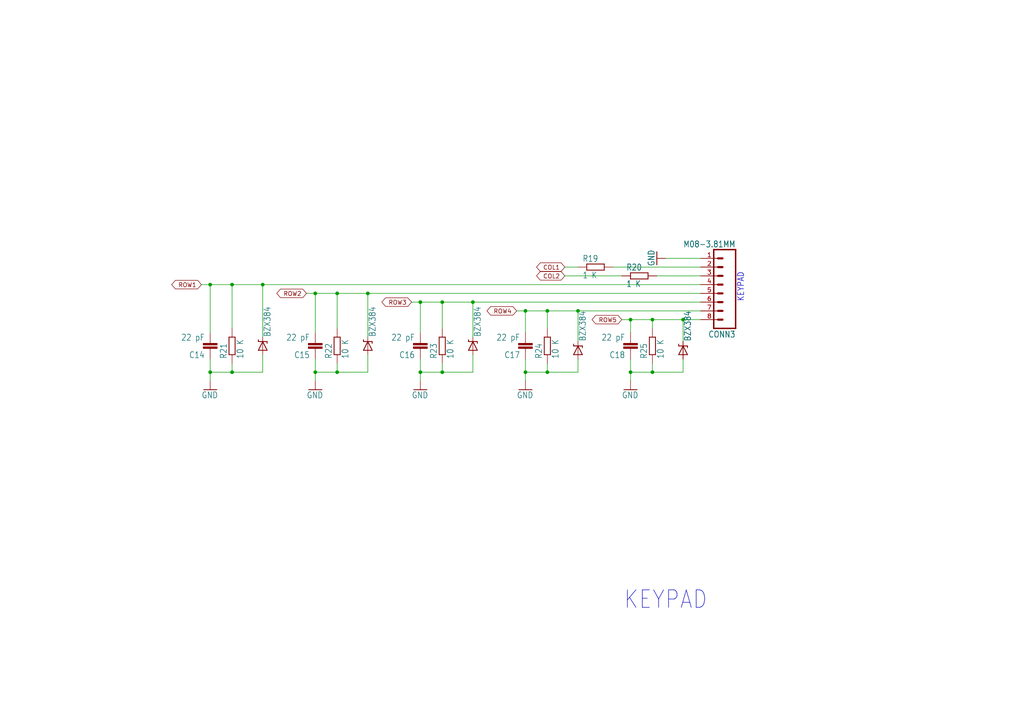
<source format=kicad_sch>
(kicad_sch
	(version 20231120)
	(generator "eeschema")
	(generator_version "8.0")
	(uuid "d8f662c9-80d7-4240-b88b-dfe78d8ddca6")
	(paper "A4")
	(lib_symbols
		(symbol "sim-daq-eagle-import:C-EUC0805"
			(exclude_from_sim no)
			(in_bom yes)
			(on_board yes)
			(property "Reference" "C"
				(at 1.524 0.381 0)
				(effects
					(font
						(size 1.778 1.5113)
					)
					(justify left bottom)
				)
			)
			(property "Value" ""
				(at 1.524 -4.699 0)
				(effects
					(font
						(size 1.778 1.5113)
					)
					(justify left bottom)
				)
			)
			(property "Footprint" "sim-daq:C0805"
				(at 0 0 0)
				(effects
					(font
						(size 1.27 1.27)
					)
					(hide yes)
				)
			)
			(property "Datasheet" ""
				(at 0 0 0)
				(effects
					(font
						(size 1.27 1.27)
					)
					(hide yes)
				)
			)
			(property "Description" "CAPACITOR, European symbol"
				(at 0 0 0)
				(effects
					(font
						(size 1.27 1.27)
					)
					(hide yes)
				)
			)
			(property "ki_locked" ""
				(at 0 0 0)
				(effects
					(font
						(size 1.27 1.27)
					)
				)
			)
			(symbol "C-EUC0805_1_0"
				(rectangle
					(start -2.032 -2.032)
					(end 2.032 -1.524)
					(stroke
						(width 0)
						(type default)
					)
					(fill
						(type outline)
					)
				)
				(rectangle
					(start -2.032 -1.016)
					(end 2.032 -0.508)
					(stroke
						(width 0)
						(type default)
					)
					(fill
						(type outline)
					)
				)
				(polyline
					(pts
						(xy 0 -2.54) (xy 0 -2.032)
					)
					(stroke
						(width 0.1524)
						(type solid)
					)
					(fill
						(type none)
					)
				)
				(polyline
					(pts
						(xy 0 0) (xy 0 -0.508)
					)
					(stroke
						(width 0.1524)
						(type solid)
					)
					(fill
						(type none)
					)
				)
				(pin passive line
					(at 0 2.54 270)
					(length 2.54)
					(name "1"
						(effects
							(font
								(size 0 0)
							)
						)
					)
					(number "1"
						(effects
							(font
								(size 0 0)
							)
						)
					)
				)
				(pin passive line
					(at 0 -5.08 90)
					(length 2.54)
					(name "2"
						(effects
							(font
								(size 0 0)
							)
						)
					)
					(number "2"
						(effects
							(font
								(size 0 0)
							)
						)
					)
				)
			)
		)
		(symbol "sim-daq-eagle-import:DIODE-ZENER-BZT52"
			(exclude_from_sim no)
			(in_bom yes)
			(on_board yes)
			(property "Reference" ""
				(at 2.54 0.4826 0)
				(effects
					(font
						(size 1.778 1.5113)
					)
					(justify left bottom)
					(hide yes)
				)
			)
			(property "Value" ""
				(at 2.54 -2.3114 0)
				(effects
					(font
						(size 1.778 1.5113)
					)
					(justify left bottom)
				)
			)
			(property "Footprint" "sim-daq:SOD-323"
				(at 0 0 0)
				(effects
					(font
						(size 1.27 1.27)
					)
					(hide yes)
				)
			)
			(property "Datasheet" ""
				(at 0 0 0)
				(effects
					(font
						(size 1.27 1.27)
					)
					(hide yes)
				)
			)
			(property "Description" "Zener Diode Production Part - 8199 3.4V Zener Voltage"
				(at 0 0 0)
				(effects
					(font
						(size 1.27 1.27)
					)
					(hide yes)
				)
			)
			(property "ki_locked" ""
				(at 0 0 0)
				(effects
					(font
						(size 1.27 1.27)
					)
				)
			)
			(symbol "DIODE-ZENER-BZT52_1_0"
				(polyline
					(pts
						(xy -1.27 -1.27) (xy 1.27 0)
					)
					(stroke
						(width 0.254)
						(type solid)
					)
					(fill
						(type none)
					)
				)
				(polyline
					(pts
						(xy -1.27 1.27) (xy -1.27 -1.27)
					)
					(stroke
						(width 0.254)
						(type solid)
					)
					(fill
						(type none)
					)
				)
				(polyline
					(pts
						(xy 1.27 -1.27) (xy 0.762 -1.27)
					)
					(stroke
						(width 0.254)
						(type solid)
					)
					(fill
						(type none)
					)
				)
				(polyline
					(pts
						(xy 1.27 0) (xy -1.27 1.27)
					)
					(stroke
						(width 0.254)
						(type solid)
					)
					(fill
						(type none)
					)
				)
				(polyline
					(pts
						(xy 1.27 0) (xy 1.27 -1.27)
					)
					(stroke
						(width 0.254)
						(type solid)
					)
					(fill
						(type none)
					)
				)
				(polyline
					(pts
						(xy 1.27 1.27) (xy 1.27 0)
					)
					(stroke
						(width 0.254)
						(type solid)
					)
					(fill
						(type none)
					)
				)
				(polyline
					(pts
						(xy 1.27 1.27) (xy 1.778 1.27)
					)
					(stroke
						(width 0.254)
						(type solid)
					)
					(fill
						(type none)
					)
				)
				(pin passive line
					(at -2.54 0 0)
					(length 2.54)
					(name "A"
						(effects
							(font
								(size 0 0)
							)
						)
					)
					(number "A"
						(effects
							(font
								(size 0 0)
							)
						)
					)
				)
				(pin passive line
					(at 2.54 0 180)
					(length 2.54)
					(name "C"
						(effects
							(font
								(size 0 0)
							)
						)
					)
					(number "C"
						(effects
							(font
								(size 0 0)
							)
						)
					)
				)
			)
		)
		(symbol "sim-daq-eagle-import:GND"
			(power)
			(exclude_from_sim no)
			(in_bom yes)
			(on_board yes)
			(property "Reference" "#GND"
				(at 0 0 0)
				(effects
					(font
						(size 1.27 1.27)
					)
					(hide yes)
				)
			)
			(property "Value" ""
				(at -2.54 -2.54 0)
				(effects
					(font
						(size 1.778 1.5113)
					)
					(justify left bottom)
				)
			)
			(property "Footprint" ""
				(at 0 0 0)
				(effects
					(font
						(size 1.27 1.27)
					)
					(hide yes)
				)
			)
			(property "Datasheet" ""
				(at 0 0 0)
				(effects
					(font
						(size 1.27 1.27)
					)
					(hide yes)
				)
			)
			(property "Description" "SUPPLY SYMBOL"
				(at 0 0 0)
				(effects
					(font
						(size 1.27 1.27)
					)
					(hide yes)
				)
			)
			(property "ki_locked" ""
				(at 0 0 0)
				(effects
					(font
						(size 1.27 1.27)
					)
				)
			)
			(symbol "GND_1_0"
				(polyline
					(pts
						(xy -1.905 0) (xy 1.905 0)
					)
					(stroke
						(width 0.254)
						(type solid)
					)
					(fill
						(type none)
					)
				)
				(pin power_in line
					(at 0 2.54 270)
					(length 2.54)
					(name "GND"
						(effects
							(font
								(size 0 0)
							)
						)
					)
					(number "1"
						(effects
							(font
								(size 0 0)
							)
						)
					)
				)
			)
		)
		(symbol "sim-daq-eagle-import:M08-3.81MM"
			(exclude_from_sim no)
			(in_bom yes)
			(on_board yes)
			(property "Reference" "CONN"
				(at -2.54 21.082 0)
				(effects
					(font
						(size 1.778 1.5113)
					)
					(justify left bottom)
				)
			)
			(property "Value" ""
				(at -2.54 -5.08 0)
				(effects
					(font
						(size 1.778 1.5113)
					)
					(justify left bottom)
				)
			)
			(property "Footprint" "sim-daq:M08-3.81"
				(at 0 0 0)
				(effects
					(font
						(size 1.27 1.27)
					)
					(hide yes)
				)
			)
			(property "Datasheet" ""
				(at 0 0 0)
				(effects
					(font
						(size 1.27 1.27)
					)
					(hide yes)
				)
			)
			(property "Description" ""
				(at 0 0 0)
				(effects
					(font
						(size 1.27 1.27)
					)
					(hide yes)
				)
			)
			(property "ki_locked" ""
				(at 0 0 0)
				(effects
					(font
						(size 1.27 1.27)
					)
				)
			)
			(symbol "M08-3.81MM_1_0"
				(polyline
					(pts
						(xy -2.54 20.32) (xy -2.54 -2.54)
					)
					(stroke
						(width 0.4064)
						(type solid)
					)
					(fill
						(type none)
					)
				)
				(polyline
					(pts
						(xy -2.54 20.32) (xy 3.81 20.32)
					)
					(stroke
						(width 0.4064)
						(type solid)
					)
					(fill
						(type none)
					)
				)
				(polyline
					(pts
						(xy 1.27 0) (xy 2.54 0)
					)
					(stroke
						(width 0.6096)
						(type solid)
					)
					(fill
						(type none)
					)
				)
				(polyline
					(pts
						(xy 1.27 2.54) (xy 2.54 2.54)
					)
					(stroke
						(width 0.6096)
						(type solid)
					)
					(fill
						(type none)
					)
				)
				(polyline
					(pts
						(xy 1.27 5.08) (xy 2.54 5.08)
					)
					(stroke
						(width 0.6096)
						(type solid)
					)
					(fill
						(type none)
					)
				)
				(polyline
					(pts
						(xy 1.27 7.62) (xy 2.54 7.62)
					)
					(stroke
						(width 0.6096)
						(type solid)
					)
					(fill
						(type none)
					)
				)
				(polyline
					(pts
						(xy 1.27 10.16) (xy 2.54 10.16)
					)
					(stroke
						(width 0.6096)
						(type solid)
					)
					(fill
						(type none)
					)
				)
				(polyline
					(pts
						(xy 1.27 12.7) (xy 2.54 12.7)
					)
					(stroke
						(width 0.6096)
						(type solid)
					)
					(fill
						(type none)
					)
				)
				(polyline
					(pts
						(xy 1.27 15.24) (xy 2.54 15.24)
					)
					(stroke
						(width 0.6096)
						(type solid)
					)
					(fill
						(type none)
					)
				)
				(polyline
					(pts
						(xy 1.27 17.78) (xy 2.54 17.78)
					)
					(stroke
						(width 0.6096)
						(type solid)
					)
					(fill
						(type none)
					)
				)
				(polyline
					(pts
						(xy 3.81 -2.54) (xy -2.54 -2.54)
					)
					(stroke
						(width 0.4064)
						(type solid)
					)
					(fill
						(type none)
					)
				)
				(polyline
					(pts
						(xy 3.81 -2.54) (xy 3.81 20.32)
					)
					(stroke
						(width 0.4064)
						(type solid)
					)
					(fill
						(type none)
					)
				)
				(pin passive line
					(at 7.62 0 180)
					(length 5.08)
					(name "1"
						(effects
							(font
								(size 0 0)
							)
						)
					)
					(number "1"
						(effects
							(font
								(size 1.27 1.27)
							)
						)
					)
				)
				(pin passive line
					(at 7.62 2.54 180)
					(length 5.08)
					(name "2"
						(effects
							(font
								(size 0 0)
							)
						)
					)
					(number "2"
						(effects
							(font
								(size 1.27 1.27)
							)
						)
					)
				)
				(pin passive line
					(at 7.62 5.08 180)
					(length 5.08)
					(name "3"
						(effects
							(font
								(size 0 0)
							)
						)
					)
					(number "3"
						(effects
							(font
								(size 1.27 1.27)
							)
						)
					)
				)
				(pin passive line
					(at 7.62 7.62 180)
					(length 5.08)
					(name "4"
						(effects
							(font
								(size 0 0)
							)
						)
					)
					(number "4"
						(effects
							(font
								(size 1.27 1.27)
							)
						)
					)
				)
				(pin passive line
					(at 7.62 10.16 180)
					(length 5.08)
					(name "5"
						(effects
							(font
								(size 0 0)
							)
						)
					)
					(number "5"
						(effects
							(font
								(size 1.27 1.27)
							)
						)
					)
				)
				(pin passive line
					(at 7.62 12.7 180)
					(length 5.08)
					(name "6"
						(effects
							(font
								(size 0 0)
							)
						)
					)
					(number "6"
						(effects
							(font
								(size 1.27 1.27)
							)
						)
					)
				)
				(pin passive line
					(at 7.62 15.24 180)
					(length 5.08)
					(name "7"
						(effects
							(font
								(size 0 0)
							)
						)
					)
					(number "7"
						(effects
							(font
								(size 1.27 1.27)
							)
						)
					)
				)
				(pin passive line
					(at 7.62 17.78 180)
					(length 5.08)
					(name "8"
						(effects
							(font
								(size 0 0)
							)
						)
					)
					(number "8"
						(effects
							(font
								(size 1.27 1.27)
							)
						)
					)
				)
			)
		)
		(symbol "sim-daq-eagle-import:R-EU_R0805"
			(exclude_from_sim no)
			(in_bom yes)
			(on_board yes)
			(property "Reference" "R"
				(at -3.81 1.4986 0)
				(effects
					(font
						(size 1.778 1.5113)
					)
					(justify left bottom)
				)
			)
			(property "Value" ""
				(at -3.81 -3.302 0)
				(effects
					(font
						(size 1.778 1.5113)
					)
					(justify left bottom)
				)
			)
			(property "Footprint" "sim-daq:R0805"
				(at 0 0 0)
				(effects
					(font
						(size 1.27 1.27)
					)
					(hide yes)
				)
			)
			(property "Datasheet" ""
				(at 0 0 0)
				(effects
					(font
						(size 1.27 1.27)
					)
					(hide yes)
				)
			)
			(property "Description" "RESISTOR, European symbol"
				(at 0 0 0)
				(effects
					(font
						(size 1.27 1.27)
					)
					(hide yes)
				)
			)
			(property "ki_locked" ""
				(at 0 0 0)
				(effects
					(font
						(size 1.27 1.27)
					)
				)
			)
			(symbol "R-EU_R0805_1_0"
				(polyline
					(pts
						(xy -2.54 -0.889) (xy -2.54 0.889)
					)
					(stroke
						(width 0.254)
						(type solid)
					)
					(fill
						(type none)
					)
				)
				(polyline
					(pts
						(xy -2.54 -0.889) (xy 2.54 -0.889)
					)
					(stroke
						(width 0.254)
						(type solid)
					)
					(fill
						(type none)
					)
				)
				(polyline
					(pts
						(xy 2.54 -0.889) (xy 2.54 0.889)
					)
					(stroke
						(width 0.254)
						(type solid)
					)
					(fill
						(type none)
					)
				)
				(polyline
					(pts
						(xy 2.54 0.889) (xy -2.54 0.889)
					)
					(stroke
						(width 0.254)
						(type solid)
					)
					(fill
						(type none)
					)
				)
				(pin passive line
					(at -5.08 0 0)
					(length 2.54)
					(name "1"
						(effects
							(font
								(size 0 0)
							)
						)
					)
					(number "1"
						(effects
							(font
								(size 0 0)
							)
						)
					)
				)
				(pin passive line
					(at 5.08 0 180)
					(length 2.54)
					(name "2"
						(effects
							(font
								(size 0 0)
							)
						)
					)
					(number "2"
						(effects
							(font
								(size 0 0)
							)
						)
					)
				)
			)
		)
	)
	(junction
		(at 198.12 92.71)
		(diameter 0)
		(color 0 0 0 0)
		(uuid "03da25af-69e4-4b3f-b17e-374416d4b62c")
	)
	(junction
		(at 189.23 92.71)
		(diameter 0)
		(color 0 0 0 0)
		(uuid "0709e066-491b-4e3d-b20f-a5fe828a290c")
	)
	(junction
		(at 121.92 87.63)
		(diameter 0)
		(color 0 0 0 0)
		(uuid "1133ac29-7997-4283-88b1-de2e0714d027")
	)
	(junction
		(at 91.44 107.95)
		(diameter 0)
		(color 0 0 0 0)
		(uuid "1bd3512c-6200-4940-8156-4697773cf1fd")
	)
	(junction
		(at 67.31 82.55)
		(diameter 0)
		(color 0 0 0 0)
		(uuid "2782d4a7-5cf1-47a5-ba3b-ad6d9b63776c")
	)
	(junction
		(at 137.16 87.63)
		(diameter 0)
		(color 0 0 0 0)
		(uuid "28595750-6d76-423e-806d-59144dfba635")
	)
	(junction
		(at 158.75 107.95)
		(diameter 0)
		(color 0 0 0 0)
		(uuid "2bd59dc6-6821-44c5-bf15-9e27880067bf")
	)
	(junction
		(at 158.75 90.17)
		(diameter 0)
		(color 0 0 0 0)
		(uuid "36606be1-3c0b-4220-add8-e84e60051722")
	)
	(junction
		(at 60.96 107.95)
		(diameter 0)
		(color 0 0 0 0)
		(uuid "4584924b-2bfd-4ab1-b3b5-a4a2ece61bf3")
	)
	(junction
		(at 91.44 85.09)
		(diameter 0)
		(color 0 0 0 0)
		(uuid "466198cb-9969-4d11-9914-ac12f16d8ac0")
	)
	(junction
		(at 152.4 107.95)
		(diameter 0)
		(color 0 0 0 0)
		(uuid "4dca5bca-d8e3-4415-863c-b7436824208f")
	)
	(junction
		(at 97.79 85.09)
		(diameter 0)
		(color 0 0 0 0)
		(uuid "762df812-5539-4db8-b479-326cf0c82b2f")
	)
	(junction
		(at 67.31 107.95)
		(diameter 0)
		(color 0 0 0 0)
		(uuid "76c195b5-24e4-40c4-a08d-b15bee113aae")
	)
	(junction
		(at 182.88 92.71)
		(diameter 0)
		(color 0 0 0 0)
		(uuid "7f0340c5-a26e-4342-ae40-b7c6758e5be4")
	)
	(junction
		(at 76.2 82.55)
		(diameter 0)
		(color 0 0 0 0)
		(uuid "80c59429-3bda-44d8-b3c8-5db78ff53b22")
	)
	(junction
		(at 128.27 87.63)
		(diameter 0)
		(color 0 0 0 0)
		(uuid "829167e3-0be9-441f-a439-9d4c18c5368e")
	)
	(junction
		(at 167.64 90.17)
		(diameter 0)
		(color 0 0 0 0)
		(uuid "99693ed0-2dd5-4511-a715-d7596955ab70")
	)
	(junction
		(at 106.68 85.09)
		(diameter 0)
		(color 0 0 0 0)
		(uuid "a90319e3-c151-4f41-82eb-1a2edfc1879e")
	)
	(junction
		(at 60.96 82.55)
		(diameter 0)
		(color 0 0 0 0)
		(uuid "ad5bf023-0d74-488c-a1c5-77a5dd52d8d0")
	)
	(junction
		(at 97.79 107.95)
		(diameter 0)
		(color 0 0 0 0)
		(uuid "c40246d1-7fee-4357-8445-444ad7d6e76b")
	)
	(junction
		(at 152.4 90.17)
		(diameter 0)
		(color 0 0 0 0)
		(uuid "d1d642a7-d689-4cc0-80e9-88320566246b")
	)
	(junction
		(at 182.88 107.95)
		(diameter 0)
		(color 0 0 0 0)
		(uuid "d82832e2-8361-4d6e-9df1-fec588bc865b")
	)
	(junction
		(at 121.92 107.95)
		(diameter 0)
		(color 0 0 0 0)
		(uuid "eef10c8b-532c-4dcf-bc85-af5814bc66bb")
	)
	(junction
		(at 189.23 107.95)
		(diameter 0)
		(color 0 0 0 0)
		(uuid "f36766b8-485c-418d-94ef-3750e42abe10")
	)
	(junction
		(at 128.27 107.95)
		(diameter 0)
		(color 0 0 0 0)
		(uuid "f49d8e4a-2790-420f-868b-135f12ebe116")
	)
	(wire
		(pts
			(xy 203.2 87.63) (xy 137.16 87.63)
		)
		(stroke
			(width 0.1524)
			(type solid)
		)
		(uuid "05a36006-b652-4f4a-a9ef-cee5234749bf")
	)
	(wire
		(pts
			(xy 97.79 105.41) (xy 97.79 107.95)
		)
		(stroke
			(width 0.1524)
			(type solid)
		)
		(uuid "0ee8e0fb-c859-4afa-8758-40cdb9f590ea")
	)
	(wire
		(pts
			(xy 167.64 90.17) (xy 158.75 90.17)
		)
		(stroke
			(width 0.1524)
			(type solid)
		)
		(uuid "0f92d3f6-cdd5-46a1-86ec-6087aab033f1")
	)
	(wire
		(pts
			(xy 137.16 102.87) (xy 137.16 107.95)
		)
		(stroke
			(width 0.1524)
			(type solid)
		)
		(uuid "1746061e-f90c-44b7-8ff2-45ea4933cc84")
	)
	(wire
		(pts
			(xy 182.88 96.52) (xy 182.88 92.71)
		)
		(stroke
			(width 0.1524)
			(type solid)
		)
		(uuid "19a90fb3-489e-43d9-96a7-a11fb958d07f")
	)
	(wire
		(pts
			(xy 152.4 96.52) (xy 152.4 90.17)
		)
		(stroke
			(width 0.1524)
			(type solid)
		)
		(uuid "1aaacf18-4ffe-45b5-98f9-1f34db9c951d")
	)
	(wire
		(pts
			(xy 128.27 105.41) (xy 128.27 107.95)
		)
		(stroke
			(width 0.1524)
			(type solid)
		)
		(uuid "1bfaf0ae-74a0-44bf-a403-d43e3dc2aca5")
	)
	(wire
		(pts
			(xy 67.31 105.41) (xy 67.31 107.95)
		)
		(stroke
			(width 0.1524)
			(type solid)
		)
		(uuid "1db57e21-0dc4-4899-af28-59f8fa608fb2")
	)
	(wire
		(pts
			(xy 167.64 77.47) (xy 163.83 77.47)
		)
		(stroke
			(width 0.1524)
			(type solid)
		)
		(uuid "209dfc43-cfb4-4d06-ac1e-1e718596691c")
	)
	(wire
		(pts
			(xy 76.2 102.87) (xy 76.2 107.95)
		)
		(stroke
			(width 0.1524)
			(type solid)
		)
		(uuid "24fc5bad-1889-4265-8b4d-5af0dcd7d860")
	)
	(wire
		(pts
			(xy 203.2 85.09) (xy 106.68 85.09)
		)
		(stroke
			(width 0.1524)
			(type solid)
		)
		(uuid "2b221415-6d9b-437b-9f2c-c119218719df")
	)
	(wire
		(pts
			(xy 121.92 107.95) (xy 121.92 104.14)
		)
		(stroke
			(width 0.1524)
			(type solid)
		)
		(uuid "2e488717-48e7-4b4e-bcd6-d39537876a19")
	)
	(wire
		(pts
			(xy 97.79 85.09) (xy 91.44 85.09)
		)
		(stroke
			(width 0.1524)
			(type solid)
		)
		(uuid "2e4cd934-1589-4842-a3bc-a6a20fd213a4")
	)
	(wire
		(pts
			(xy 76.2 107.95) (xy 67.31 107.95)
		)
		(stroke
			(width 0.1524)
			(type solid)
		)
		(uuid "2f5954cb-62de-445d-b4fc-06701a1e6863")
	)
	(wire
		(pts
			(xy 158.75 107.95) (xy 152.4 107.95)
		)
		(stroke
			(width 0.1524)
			(type solid)
		)
		(uuid "39793cae-886d-477a-8b56-f1a1e7beb860")
	)
	(wire
		(pts
			(xy 198.12 107.95) (xy 189.23 107.95)
		)
		(stroke
			(width 0.1524)
			(type solid)
		)
		(uuid "3b2b7eb8-b20c-4297-aba7-a4c9dd4219c0")
	)
	(wire
		(pts
			(xy 152.4 110.49) (xy 152.4 107.95)
		)
		(stroke
			(width 0.1524)
			(type solid)
		)
		(uuid "3fa4fd2d-16cf-4f6f-9f1c-d28adc2d855a")
	)
	(wire
		(pts
			(xy 167.64 107.95) (xy 158.75 107.95)
		)
		(stroke
			(width 0.1524)
			(type solid)
		)
		(uuid "48aa7885-ba83-46f4-93ec-bb5f31e6f399")
	)
	(wire
		(pts
			(xy 128.27 107.95) (xy 121.92 107.95)
		)
		(stroke
			(width 0.1524)
			(type solid)
		)
		(uuid "4b9229e8-9c1a-43af-95f8-99bf4f2028b2")
	)
	(wire
		(pts
			(xy 121.92 87.63) (xy 121.92 96.52)
		)
		(stroke
			(width 0.1524)
			(type solid)
		)
		(uuid "4ba7870d-3309-465b-8ec7-636c25bc6e4f")
	)
	(wire
		(pts
			(xy 60.96 110.49) (xy 60.96 107.95)
		)
		(stroke
			(width 0.1524)
			(type solid)
		)
		(uuid "50374295-e3b7-41d2-a2be-86b2c7f420c0")
	)
	(wire
		(pts
			(xy 67.31 95.25) (xy 67.31 82.55)
		)
		(stroke
			(width 0.1524)
			(type solid)
		)
		(uuid "5171bf0f-c837-42af-bc85-9a19e5f10570")
	)
	(wire
		(pts
			(xy 91.44 85.09) (xy 91.44 96.52)
		)
		(stroke
			(width 0.1524)
			(type solid)
		)
		(uuid "55220e72-0482-4e3b-b866-b8ccc24b8fa6")
	)
	(wire
		(pts
			(xy 76.2 82.55) (xy 67.31 82.55)
		)
		(stroke
			(width 0.1524)
			(type solid)
		)
		(uuid "57434570-17ce-44ee-81ae-39bc5a11ea09")
	)
	(wire
		(pts
			(xy 137.16 87.63) (xy 128.27 87.63)
		)
		(stroke
			(width 0.1524)
			(type solid)
		)
		(uuid "5920ecbf-a5f3-4edd-9a9f-cb78b8a1e3c0")
	)
	(wire
		(pts
			(xy 203.2 90.17) (xy 167.64 90.17)
		)
		(stroke
			(width 0.1524)
			(type solid)
		)
		(uuid "5f37f55d-3dc1-477e-bf39-170d67ee2ee3")
	)
	(wire
		(pts
			(xy 182.88 92.71) (xy 180.34 92.71)
		)
		(stroke
			(width 0.1524)
			(type solid)
		)
		(uuid "60a66515-fe70-4ab5-b94e-9ec346b753de")
	)
	(wire
		(pts
			(xy 193.04 74.93) (xy 203.2 74.93)
		)
		(stroke
			(width 0.1524)
			(type solid)
		)
		(uuid "65ba2c1d-d25e-4334-b882-e2550d777a42")
	)
	(wire
		(pts
			(xy 91.44 107.95) (xy 91.44 104.14)
		)
		(stroke
			(width 0.1524)
			(type solid)
		)
		(uuid "6b667ff8-7d42-4d2d-9f77-39d24b1eb88e")
	)
	(wire
		(pts
			(xy 91.44 110.49) (xy 91.44 107.95)
		)
		(stroke
			(width 0.1524)
			(type solid)
		)
		(uuid "708bbf58-6e11-436c-90f6-4b9dea1f2102")
	)
	(wire
		(pts
			(xy 67.31 82.55) (xy 60.96 82.55)
		)
		(stroke
			(width 0.1524)
			(type solid)
		)
		(uuid "75889890-ad92-460e-8969-41580698f736")
	)
	(wire
		(pts
			(xy 106.68 97.79) (xy 106.68 85.09)
		)
		(stroke
			(width 0.1524)
			(type solid)
		)
		(uuid "75961e72-61ca-4c31-af5b-236711192c67")
	)
	(wire
		(pts
			(xy 128.27 95.25) (xy 128.27 87.63)
		)
		(stroke
			(width 0.1524)
			(type solid)
		)
		(uuid "7c5b4b52-9eb8-49bf-ba57-5af8e281b258")
	)
	(wire
		(pts
			(xy 203.2 92.71) (xy 198.12 92.71)
		)
		(stroke
			(width 0.1524)
			(type solid)
		)
		(uuid "80eb44cd-647a-459d-a141-0925d7dd2770")
	)
	(wire
		(pts
			(xy 182.88 107.95) (xy 182.88 104.14)
		)
		(stroke
			(width 0.1524)
			(type solid)
		)
		(uuid "8302c296-d447-4bd9-932b-f3c6e67553d4")
	)
	(wire
		(pts
			(xy 180.34 80.01) (xy 163.83 80.01)
		)
		(stroke
			(width 0.1524)
			(type solid)
		)
		(uuid "84d1bdca-b243-4897-b314-e903f045235b")
	)
	(wire
		(pts
			(xy 97.79 107.95) (xy 91.44 107.95)
		)
		(stroke
			(width 0.1524)
			(type solid)
		)
		(uuid "9266ff95-11ba-4737-8b5e-4da1453d8313")
	)
	(wire
		(pts
			(xy 67.31 107.95) (xy 60.96 107.95)
		)
		(stroke
			(width 0.1524)
			(type solid)
		)
		(uuid "95cba0cf-4091-4ce2-af8f-ae619939e1fd")
	)
	(wire
		(pts
			(xy 198.12 92.71) (xy 189.23 92.71)
		)
		(stroke
			(width 0.1524)
			(type solid)
		)
		(uuid "961e89d9-2776-4e63-8998-3009b10d086e")
	)
	(wire
		(pts
			(xy 177.8 77.47) (xy 203.2 77.47)
		)
		(stroke
			(width 0.1524)
			(type solid)
		)
		(uuid "a6c8f9c9-1aaf-4e94-a57b-ae35939b95fc")
	)
	(wire
		(pts
			(xy 198.12 104.14) (xy 198.12 107.95)
		)
		(stroke
			(width 0.1524)
			(type solid)
		)
		(uuid "a7774ca9-799a-45bc-96ec-02b57276de70")
	)
	(wire
		(pts
			(xy 152.4 90.17) (xy 149.86 90.17)
		)
		(stroke
			(width 0.1524)
			(type solid)
		)
		(uuid "abba14fd-4555-4c7d-857b-3d530f285292")
	)
	(wire
		(pts
			(xy 60.96 82.55) (xy 60.96 96.52)
		)
		(stroke
			(width 0.1524)
			(type solid)
		)
		(uuid "af904af5-540b-4cdb-8700-2df842ef91ae")
	)
	(wire
		(pts
			(xy 121.92 87.63) (xy 119.38 87.63)
		)
		(stroke
			(width 0.1524)
			(type solid)
		)
		(uuid "b0105959-4fad-4747-9fa1-2e6ce2547788")
	)
	(wire
		(pts
			(xy 158.75 105.41) (xy 158.75 107.95)
		)
		(stroke
			(width 0.1524)
			(type solid)
		)
		(uuid "b6227c84-3678-4469-9d1e-6c33cfc40176")
	)
	(wire
		(pts
			(xy 167.64 104.14) (xy 167.64 107.95)
		)
		(stroke
			(width 0.1524)
			(type solid)
		)
		(uuid "bc8aed00-337f-40a4-a08e-6bcff4826698")
	)
	(wire
		(pts
			(xy 137.16 97.79) (xy 137.16 87.63)
		)
		(stroke
			(width 0.1524)
			(type solid)
		)
		(uuid "c0dfd6d1-a6ad-4f88-9d61-35bd97fa1841")
	)
	(wire
		(pts
			(xy 76.2 97.79) (xy 76.2 82.55)
		)
		(stroke
			(width 0.1524)
			(type solid)
		)
		(uuid "c815dde7-6196-4451-be9d-194db777ee40")
	)
	(wire
		(pts
			(xy 198.12 99.06) (xy 198.12 92.71)
		)
		(stroke
			(width 0.1524)
			(type solid)
		)
		(uuid "cad2b09f-957d-4775-add7-1b471475c4eb")
	)
	(wire
		(pts
			(xy 182.88 110.49) (xy 182.88 107.95)
		)
		(stroke
			(width 0.1524)
			(type solid)
		)
		(uuid "cd3067af-b4ec-4902-b3ec-653d54787ad6")
	)
	(wire
		(pts
			(xy 203.2 82.55) (xy 76.2 82.55)
		)
		(stroke
			(width 0.1524)
			(type solid)
		)
		(uuid "cea006ef-b55f-4a89-82c8-c7abb44a6ca5")
	)
	(wire
		(pts
			(xy 60.96 82.55) (xy 58.42 82.55)
		)
		(stroke
			(width 0.1524)
			(type solid)
		)
		(uuid "d21d1b4a-dbac-47e3-812a-59a17061c05e")
	)
	(wire
		(pts
			(xy 121.92 110.49) (xy 121.92 107.95)
		)
		(stroke
			(width 0.1524)
			(type solid)
		)
		(uuid "d5c732b1-5427-4000-aa06-9a02e27761f1")
	)
	(wire
		(pts
			(xy 60.96 107.95) (xy 60.96 104.14)
		)
		(stroke
			(width 0.1524)
			(type solid)
		)
		(uuid "d62c6d14-8f56-4e73-886c-189cb585c8cd")
	)
	(wire
		(pts
			(xy 189.23 105.41) (xy 189.23 107.95)
		)
		(stroke
			(width 0.1524)
			(type solid)
		)
		(uuid "d983e444-ed83-4f76-a2e8-2024cfa75948")
	)
	(wire
		(pts
			(xy 158.75 90.17) (xy 152.4 90.17)
		)
		(stroke
			(width 0.1524)
			(type solid)
		)
		(uuid "db83b369-7a5b-4157-a60d-746b4bc77405")
	)
	(wire
		(pts
			(xy 91.44 85.09) (xy 88.9 85.09)
		)
		(stroke
			(width 0.1524)
			(type solid)
		)
		(uuid "e019a8fe-6f04-425e-8323-4d467b0acacf")
	)
	(wire
		(pts
			(xy 189.23 95.25) (xy 189.23 92.71)
		)
		(stroke
			(width 0.1524)
			(type solid)
		)
		(uuid "e08c2dbf-ca2e-478d-898a-3a51674bd9f3")
	)
	(wire
		(pts
			(xy 189.23 107.95) (xy 182.88 107.95)
		)
		(stroke
			(width 0.1524)
			(type solid)
		)
		(uuid "e36d902b-674a-488b-9f88-66e22c3693f1")
	)
	(wire
		(pts
			(xy 137.16 107.95) (xy 128.27 107.95)
		)
		(stroke
			(width 0.1524)
			(type solid)
		)
		(uuid "e8c8e577-c4e3-4c99-bef5-3a1b2314d7ea")
	)
	(wire
		(pts
			(xy 158.75 95.25) (xy 158.75 90.17)
		)
		(stroke
			(width 0.1524)
			(type solid)
		)
		(uuid "ec60d521-d83f-4b6e-842f-da05141273f2")
	)
	(wire
		(pts
			(xy 152.4 107.95) (xy 152.4 104.14)
		)
		(stroke
			(width 0.1524)
			(type solid)
		)
		(uuid "ec8b9a30-ec17-49d5-b05e-0445f4fb4ef4")
	)
	(wire
		(pts
			(xy 167.64 99.06) (xy 167.64 90.17)
		)
		(stroke
			(width 0.1524)
			(type solid)
		)
		(uuid "ed6d995e-7124-4b6d-97ad-562a92d6891a")
	)
	(wire
		(pts
			(xy 189.23 92.71) (xy 182.88 92.71)
		)
		(stroke
			(width 0.1524)
			(type solid)
		)
		(uuid "f295fdc3-c043-474a-8682-837cd7d9c026")
	)
	(wire
		(pts
			(xy 128.27 87.63) (xy 121.92 87.63)
		)
		(stroke
			(width 0.1524)
			(type solid)
		)
		(uuid "f47a2f62-cf0d-470d-b969-8948d074c7a4")
	)
	(wire
		(pts
			(xy 106.68 85.09) (xy 97.79 85.09)
		)
		(stroke
			(width 0.1524)
			(type solid)
		)
		(uuid "f8723525-6eb3-4389-8f89-1a931db1eff5")
	)
	(wire
		(pts
			(xy 106.68 102.87) (xy 106.68 107.95)
		)
		(stroke
			(width 0.1524)
			(type solid)
		)
		(uuid "fb3fe02a-ee47-4aea-a86a-e94807f3aedc")
	)
	(wire
		(pts
			(xy 97.79 95.25) (xy 97.79 85.09)
		)
		(stroke
			(width 0.1524)
			(type solid)
		)
		(uuid "fb53350b-68ec-49b7-8e6c-c86043b0749e")
	)
	(wire
		(pts
			(xy 190.5 80.01) (xy 203.2 80.01)
		)
		(stroke
			(width 0.1524)
			(type solid)
		)
		(uuid "fba3edc1-df99-49b0-b3da-a647383390e8")
	)
	(wire
		(pts
			(xy 106.68 107.95) (xy 97.79 107.95)
		)
		(stroke
			(width 0.1524)
			(type solid)
		)
		(uuid "fd3e5099-b746-4665-86c4-d8a10b1617fe")
	)
	(text "KEYPAD"
		(exclude_from_sim no)
		(at 215.9 87.63 90)
		(effects
			(font
				(size 1.778 1.5113)
			)
			(justify left bottom)
		)
		(uuid "3506f857-5b02-4769-ad2f-3fbce102e411")
	)
	(text "KEYPAD"
		(exclude_from_sim no)
		(at 180.848 177.038 0)
		(effects
			(font
				(size 5.08 4.318)
			)
			(justify left bottom)
		)
		(uuid "afb90353-3fbf-46cd-ba84-087ad47ea575")
	)
	(global_label "ROW4"
		(shape bidirectional)
		(at 149.86 90.17 180)
		(fields_autoplaced yes)
		(effects
			(font
				(size 1.2446 1.2446)
			)
			(justify right)
		)
		(uuid "00c53d97-e7cb-4810-8327-36902dab777a")
		(property "Intersheetrefs" "${INTERSHEET_REFS}"
			(at 140.6896 90.17 0)
			(effects
				(font
					(size 1.27 1.27)
				)
				(justify right)
				(hide yes)
			)
		)
	)
	(global_label "ROW5"
		(shape bidirectional)
		(at 180.34 92.71 180)
		(fields_autoplaced yes)
		(effects
			(font
				(size 1.2446 1.2446)
			)
			(justify right)
		)
		(uuid "43f2d368-9e39-4d1f-b47a-dc3bdb589cc3")
		(property "Intersheetrefs" "${INTERSHEET_REFS}"
			(at 171.1696 92.71 0)
			(effects
				(font
					(size 1.27 1.27)
				)
				(justify right)
				(hide yes)
			)
		)
	)
	(global_label "COL1"
		(shape bidirectional)
		(at 163.83 77.47 180)
		(fields_autoplaced yes)
		(effects
			(font
				(size 1.2446 1.2446)
			)
			(justify right)
		)
		(uuid "636fc9e3-3f91-4898-a597-da3edcb80913")
		(property "Intersheetrefs" "${INTERSHEET_REFS}"
			(at 155.0745 77.47 0)
			(effects
				(font
					(size 1.27 1.27)
				)
				(justify right)
				(hide yes)
			)
		)
	)
	(global_label "ROW1"
		(shape bidirectional)
		(at 58.42 82.55 180)
		(fields_autoplaced yes)
		(effects
			(font
				(size 1.2446 1.2446)
			)
			(justify right)
		)
		(uuid "90c658a8-c707-4119-b8d5-f3f422bb79e6")
		(property "Intersheetrefs" "${INTERSHEET_REFS}"
			(at 49.2496 82.55 0)
			(effects
				(font
					(size 1.27 1.27)
				)
				(justify right)
				(hide yes)
			)
		)
	)
	(global_label "ROW2"
		(shape bidirectional)
		(at 88.9 85.09 180)
		(fields_autoplaced yes)
		(effects
			(font
				(size 1.2446 1.2446)
			)
			(justify right)
		)
		(uuid "9bdceca6-0e3f-4856-97d7-cd79c392380a")
		(property "Intersheetrefs" "${INTERSHEET_REFS}"
			(at 79.7296 85.09 0)
			(effects
				(font
					(size 1.27 1.27)
				)
				(justify right)
				(hide yes)
			)
		)
	)
	(global_label "ROW3"
		(shape bidirectional)
		(at 119.38 87.63 180)
		(fields_autoplaced yes)
		(effects
			(font
				(size 1.2446 1.2446)
			)
			(justify right)
		)
		(uuid "ee585a88-2e1e-46eb-89fc-fc23d3dd63d4")
		(property "Intersheetrefs" "${INTERSHEET_REFS}"
			(at 110.2096 87.63 0)
			(effects
				(font
					(size 1.27 1.27)
				)
				(justify right)
				(hide yes)
			)
		)
	)
	(global_label "COL2"
		(shape bidirectional)
		(at 163.83 80.01 180)
		(fields_autoplaced yes)
		(effects
			(font
				(size 1.2446 1.2446)
			)
			(justify right)
		)
		(uuid "efa3f4ca-c0cb-4306-994b-43f50f60f28d")
		(property "Intersheetrefs" "${INTERSHEET_REFS}"
			(at 155.0745 80.01 0)
			(effects
				(font
					(size 1.27 1.27)
				)
				(justify right)
				(hide yes)
			)
		)
	)
	(symbol
		(lib_id "sim-daq-eagle-import:C-EUC0805")
		(at 121.92 101.6 180)
		(unit 1)
		(exclude_from_sim no)
		(in_bom yes)
		(on_board yes)
		(dnp no)
		(uuid "116ec483-df02-4549-9606-8ef329ab5041")
		(property "Reference" "C16"
			(at 120.396 101.981 0)
			(effects
				(font
					(size 1.778 1.5113)
				)
				(justify left bottom)
			)
		)
		(property "Value" "22 pF"
			(at 120.396 96.901 0)
			(effects
				(font
					(size 1.778 1.5113)
				)
				(justify left bottom)
			)
		)
		(property "Footprint" "sim-daq:C0805"
			(at 121.92 101.6 0)
			(effects
				(font
					(size 1.27 1.27)
				)
				(hide yes)
			)
		)
		(property "Datasheet" ""
			(at 121.92 101.6 0)
			(effects
				(font
					(size 1.27 1.27)
				)
				(hide yes)
			)
		)
		(property "Description" ""
			(at 121.92 101.6 0)
			(effects
				(font
					(size 1.27 1.27)
				)
				(hide yes)
			)
		)
		(property "PARTNO" "*"
			(at 121.92 101.6 0)
			(effects
				(font
					(size 1.27 1.27)
				)
				(justify right top)
				(hide yes)
			)
		)
		(pin "1"
			(uuid "3c05d54f-bf30-40db-a8d4-d891fb05e270")
		)
		(pin "2"
			(uuid "b408ccfd-6a16-44d4-a405-8b9130ee3b15")
		)
		(instances
			(project "sim-daq"
				(path "/49d127e9-4d55-4359-a72f-e53f94e14ae0/b62425e0-3112-42b3-9be6-7d2175d532b9"
					(reference "C16")
					(unit 1)
				)
			)
		)
	)
	(symbol
		(lib_id "sim-daq-eagle-import:R-EU_R0805")
		(at 189.23 100.33 90)
		(unit 1)
		(exclude_from_sim no)
		(in_bom yes)
		(on_board yes)
		(dnp no)
		(uuid "1746fab3-b1f0-487c-b63c-6978593921cd")
		(property "Reference" "R25"
			(at 187.7314 104.14 0)
			(effects
				(font
					(size 1.778 1.5113)
				)
				(justify left bottom)
			)
		)
		(property "Value" "10 K"
			(at 192.532 104.14 0)
			(effects
				(font
					(size 1.778 1.5113)
				)
				(justify left bottom)
			)
		)
		(property "Footprint" "sim-daq:R0805"
			(at 189.23 100.33 0)
			(effects
				(font
					(size 1.27 1.27)
				)
				(hide yes)
			)
		)
		(property "Datasheet" ""
			(at 189.23 100.33 0)
			(effects
				(font
					(size 1.27 1.27)
				)
				(hide yes)
			)
		)
		(property "Description" ""
			(at 189.23 100.33 0)
			(effects
				(font
					(size 1.27 1.27)
				)
				(hide yes)
			)
		)
		(property "PARTNO" "*"
			(at 189.23 100.33 90)
			(effects
				(font
					(size 1.27 1.27)
				)
				(justify right top)
				(hide yes)
			)
		)
		(pin "1"
			(uuid "cd38b8d3-ce65-4a24-a0fe-ab84b6426a31")
		)
		(pin "2"
			(uuid "2c81a00f-1dde-49a8-b6a4-3adc28f34523")
		)
		(instances
			(project "sim-daq"
				(path "/49d127e9-4d55-4359-a72f-e53f94e14ae0/b62425e0-3112-42b3-9be6-7d2175d532b9"
					(reference "R25")
					(unit 1)
				)
			)
		)
	)
	(symbol
		(lib_id "sim-daq-eagle-import:GND")
		(at 60.96 113.03 0)
		(unit 1)
		(exclude_from_sim no)
		(in_bom yes)
		(on_board yes)
		(dnp no)
		(uuid "1c3710c9-6d5a-4013-8152-e8ec2cfba84f")
		(property "Reference" "#GND30"
			(at 60.96 113.03 0)
			(effects
				(font
					(size 1.27 1.27)
				)
				(hide yes)
			)
		)
		(property "Value" "GND"
			(at 58.42 115.57 0)
			(effects
				(font
					(size 1.778 1.5113)
				)
				(justify left bottom)
			)
		)
		(property "Footprint" ""
			(at 60.96 113.03 0)
			(effects
				(font
					(size 1.27 1.27)
				)
				(hide yes)
			)
		)
		(property "Datasheet" ""
			(at 60.96 113.03 0)
			(effects
				(font
					(size 1.27 1.27)
				)
				(hide yes)
			)
		)
		(property "Description" ""
			(at 60.96 113.03 0)
			(effects
				(font
					(size 1.27 1.27)
				)
				(hide yes)
			)
		)
		(pin "1"
			(uuid "a0ced7e8-cd03-4670-b0ce-16dbc5be9ed1")
		)
		(instances
			(project "sim-daq"
				(path "/49d127e9-4d55-4359-a72f-e53f94e14ae0/b62425e0-3112-42b3-9be6-7d2175d532b9"
					(reference "#GND30")
					(unit 1)
				)
			)
		)
	)
	(symbol
		(lib_id "sim-daq-eagle-import:R-EU_R0805")
		(at 172.72 77.47 0)
		(unit 1)
		(exclude_from_sim no)
		(in_bom yes)
		(on_board yes)
		(dnp no)
		(uuid "2399e8e8-7197-4401-a162-eded013c7f9c")
		(property "Reference" "R19"
			(at 168.91 75.9714 0)
			(effects
				(font
					(size 1.778 1.5113)
				)
				(justify left bottom)
			)
		)
		(property "Value" "1 K"
			(at 168.91 80.772 0)
			(effects
				(font
					(size 1.778 1.5113)
				)
				(justify left bottom)
			)
		)
		(property "Footprint" "sim-daq:R0805"
			(at 172.72 77.47 0)
			(effects
				(font
					(size 1.27 1.27)
				)
				(hide yes)
			)
		)
		(property "Datasheet" ""
			(at 172.72 77.47 0)
			(effects
				(font
					(size 1.27 1.27)
				)
				(hide yes)
			)
		)
		(property "Description" ""
			(at 172.72 77.47 0)
			(effects
				(font
					(size 1.27 1.27)
				)
				(hide yes)
			)
		)
		(property "PARTNO" "*"
			(at 172.72 77.47 0)
			(effects
				(font
					(size 1.27 1.27)
				)
				(justify left bottom)
				(hide yes)
			)
		)
		(pin "2"
			(uuid "e8694ed2-03bf-4ebb-947e-aeff6d79b81b")
		)
		(pin "1"
			(uuid "90c95fa4-c1a2-459c-833a-ae641c09a52b")
		)
		(instances
			(project "sim-daq"
				(path "/49d127e9-4d55-4359-a72f-e53f94e14ae0/b62425e0-3112-42b3-9be6-7d2175d532b9"
					(reference "R19")
					(unit 1)
				)
			)
		)
	)
	(symbol
		(lib_id "sim-daq-eagle-import:DIODE-ZENER-BZT52")
		(at 137.16 100.33 90)
		(unit 1)
		(exclude_from_sim no)
		(in_bom yes)
		(on_board yes)
		(dnp no)
		(uuid "286e9cc5-a54d-4e8e-b1d8-76a3a250a881")
		(property "Reference" "D18"
			(at 136.6774 97.79 0)
			(effects
				(font
					(size 1.778 1.5113)
				)
				(justify left bottom)
				(hide yes)
			)
		)
		(property "Value" "BZX384"
			(at 139.4714 97.79 0)
			(effects
				(font
					(size 1.778 1.5113)
				)
				(justify left bottom)
			)
		)
		(property "Footprint" "sim-daq:SOD-323"
			(at 137.16 100.33 0)
			(effects
				(font
					(size 1.27 1.27)
				)
				(hide yes)
			)
		)
		(property "Datasheet" ""
			(at 137.16 100.33 0)
			(effects
				(font
					(size 1.27 1.27)
				)
				(hide yes)
			)
		)
		(property "Description" ""
			(at 137.16 100.33 0)
			(effects
				(font
					(size 1.27 1.27)
				)
				(hide yes)
			)
		)
		(property "PARTNO" "*"
			(at 137.16 100.33 90)
			(effects
				(font
					(size 1.27 1.27)
				)
				(justify right top)
				(hide yes)
			)
		)
		(pin "A"
			(uuid "4f8dd50d-8545-451b-a528-c813896343d5")
		)
		(pin "C"
			(uuid "fb7f4f5b-ae4f-469c-830b-ccda563f929e")
		)
		(instances
			(project "sim-daq"
				(path "/49d127e9-4d55-4359-a72f-e53f94e14ae0/b62425e0-3112-42b3-9be6-7d2175d532b9"
					(reference "D18")
					(unit 1)
				)
			)
		)
	)
	(symbol
		(lib_id "sim-daq-eagle-import:GND")
		(at 190.5 74.93 270)
		(unit 1)
		(exclude_from_sim no)
		(in_bom yes)
		(on_board yes)
		(dnp no)
		(uuid "2963af78-201f-4897-90b0-e197ca778c46")
		(property "Reference" "#GND29"
			(at 190.5 74.93 0)
			(effects
				(font
					(size 1.27 1.27)
				)
				(hide yes)
			)
		)
		(property "Value" "GND"
			(at 187.96 72.39 0)
			(effects
				(font
					(size 1.778 1.5113)
				)
				(justify left bottom)
			)
		)
		(property "Footprint" ""
			(at 190.5 74.93 0)
			(effects
				(font
					(size 1.27 1.27)
				)
				(hide yes)
			)
		)
		(property "Datasheet" ""
			(at 190.5 74.93 0)
			(effects
				(font
					(size 1.27 1.27)
				)
				(hide yes)
			)
		)
		(property "Description" ""
			(at 190.5 74.93 0)
			(effects
				(font
					(size 1.27 1.27)
				)
				(hide yes)
			)
		)
		(pin "1"
			(uuid "de6abbc5-6634-459a-b146-abb56deed427")
		)
		(instances
			(project "sim-daq"
				(path "/49d127e9-4d55-4359-a72f-e53f94e14ae0/b62425e0-3112-42b3-9be6-7d2175d532b9"
					(reference "#GND29")
					(unit 1)
				)
			)
		)
	)
	(symbol
		(lib_id "sim-daq-eagle-import:R-EU_R0805")
		(at 128.27 100.33 90)
		(unit 1)
		(exclude_from_sim no)
		(in_bom yes)
		(on_board yes)
		(dnp no)
		(uuid "2a365366-55ef-4926-a0f2-7c543e2f6327")
		(property "Reference" "R23"
			(at 126.7714 104.14 0)
			(effects
				(font
					(size 1.778 1.5113)
				)
				(justify left bottom)
			)
		)
		(property "Value" "10 K"
			(at 131.572 104.14 0)
			(effects
				(font
					(size 1.778 1.5113)
				)
				(justify left bottom)
			)
		)
		(property "Footprint" "sim-daq:R0805"
			(at 128.27 100.33 0)
			(effects
				(font
					(size 1.27 1.27)
				)
				(hide yes)
			)
		)
		(property "Datasheet" ""
			(at 128.27 100.33 0)
			(effects
				(font
					(size 1.27 1.27)
				)
				(hide yes)
			)
		)
		(property "Description" ""
			(at 128.27 100.33 0)
			(effects
				(font
					(size 1.27 1.27)
				)
				(hide yes)
			)
		)
		(property "PARTNO" "*"
			(at 128.27 100.33 90)
			(effects
				(font
					(size 1.27 1.27)
				)
				(justify right top)
				(hide yes)
			)
		)
		(pin "1"
			(uuid "d48623d0-59a0-4716-a4fd-462e0a34e6ad")
		)
		(pin "2"
			(uuid "6c3ffbe1-ce7c-4ab5-9c14-715a0eada8a0")
		)
		(instances
			(project "sim-daq"
				(path "/49d127e9-4d55-4359-a72f-e53f94e14ae0/b62425e0-3112-42b3-9be6-7d2175d532b9"
					(reference "R23")
					(unit 1)
				)
			)
		)
	)
	(symbol
		(lib_id "sim-daq-eagle-import:DIODE-ZENER-BZT52")
		(at 76.2 100.33 90)
		(unit 1)
		(exclude_from_sim no)
		(in_bom yes)
		(on_board yes)
		(dnp no)
		(uuid "417ecaeb-d4b7-417c-911a-47a1e765d066")
		(property "Reference" "D16"
			(at 75.7174 97.79 0)
			(effects
				(font
					(size 1.778 1.5113)
				)
				(justify left bottom)
				(hide yes)
			)
		)
		(property "Value" "BZX384"
			(at 78.5114 97.79 0)
			(effects
				(font
					(size 1.778 1.5113)
				)
				(justify left bottom)
			)
		)
		(property "Footprint" "sim-daq:SOD-323"
			(at 76.2 100.33 0)
			(effects
				(font
					(size 1.27 1.27)
				)
				(hide yes)
			)
		)
		(property "Datasheet" ""
			(at 76.2 100.33 0)
			(effects
				(font
					(size 1.27 1.27)
				)
				(hide yes)
			)
		)
		(property "Description" ""
			(at 76.2 100.33 0)
			(effects
				(font
					(size 1.27 1.27)
				)
				(hide yes)
			)
		)
		(property "PARTNO" "*"
			(at 76.2 100.33 90)
			(effects
				(font
					(size 1.27 1.27)
				)
				(justify right top)
				(hide yes)
			)
		)
		(pin "C"
			(uuid "048a1c5f-3e22-4a6b-b083-b59b88dd2cdb")
		)
		(pin "A"
			(uuid "72bd7d0e-fcb4-42c2-ba2f-a7e1d3a6cdbd")
		)
		(instances
			(project "sim-daq"
				(path "/49d127e9-4d55-4359-a72f-e53f94e14ae0/b62425e0-3112-42b3-9be6-7d2175d532b9"
					(reference "D16")
					(unit 1)
				)
			)
		)
	)
	(symbol
		(lib_id "sim-daq-eagle-import:C-EUC0805")
		(at 182.88 101.6 180)
		(unit 1)
		(exclude_from_sim no)
		(in_bom yes)
		(on_board yes)
		(dnp no)
		(uuid "49d6dc3f-7112-4e79-851a-d2e2d2362c0f")
		(property "Reference" "C18"
			(at 181.356 101.981 0)
			(effects
				(font
					(size 1.778 1.5113)
				)
				(justify left bottom)
			)
		)
		(property "Value" "22 pF"
			(at 181.356 96.901 0)
			(effects
				(font
					(size 1.778 1.5113)
				)
				(justify left bottom)
			)
		)
		(property "Footprint" "sim-daq:C0805"
			(at 182.88 101.6 0)
			(effects
				(font
					(size 1.27 1.27)
				)
				(hide yes)
			)
		)
		(property "Datasheet" ""
			(at 182.88 101.6 0)
			(effects
				(font
					(size 1.27 1.27)
				)
				(hide yes)
			)
		)
		(property "Description" ""
			(at 182.88 101.6 0)
			(effects
				(font
					(size 1.27 1.27)
				)
				(hide yes)
			)
		)
		(property "PARTNO" "*"
			(at 182.88 101.6 0)
			(effects
				(font
					(size 1.27 1.27)
				)
				(justify right top)
				(hide yes)
			)
		)
		(pin "1"
			(uuid "0cf0f3a6-25da-4920-ad19-3298e1b238f6")
		)
		(pin "2"
			(uuid "8bea86e4-0cb6-4079-a7aa-b74fd7db9e4b")
		)
		(instances
			(project "sim-daq"
				(path "/49d127e9-4d55-4359-a72f-e53f94e14ae0/b62425e0-3112-42b3-9be6-7d2175d532b9"
					(reference "C18")
					(unit 1)
				)
			)
		)
	)
	(symbol
		(lib_id "sim-daq-eagle-import:R-EU_R0805")
		(at 97.79 100.33 90)
		(unit 1)
		(exclude_from_sim no)
		(in_bom yes)
		(on_board yes)
		(dnp no)
		(uuid "6130a66a-604f-4dd3-93f5-4437bc19e39e")
		(property "Reference" "R22"
			(at 96.2914 104.14 0)
			(effects
				(font
					(size 1.778 1.5113)
				)
				(justify left bottom)
			)
		)
		(property "Value" "10 K"
			(at 101.092 104.14 0)
			(effects
				(font
					(size 1.778 1.5113)
				)
				(justify left bottom)
			)
		)
		(property "Footprint" "sim-daq:R0805"
			(at 97.79 100.33 0)
			(effects
				(font
					(size 1.27 1.27)
				)
				(hide yes)
			)
		)
		(property "Datasheet" ""
			(at 97.79 100.33 0)
			(effects
				(font
					(size 1.27 1.27)
				)
				(hide yes)
			)
		)
		(property "Description" ""
			(at 97.79 100.33 0)
			(effects
				(font
					(size 1.27 1.27)
				)
				(hide yes)
			)
		)
		(property "PARTNO" "*"
			(at 97.79 100.33 90)
			(effects
				(font
					(size 1.27 1.27)
				)
				(justify right top)
				(hide yes)
			)
		)
		(pin "1"
			(uuid "a5ce0f5e-a168-4066-8094-d554209b1015")
		)
		(pin "2"
			(uuid "0fd534ed-0dbb-4485-96a1-808c44d7ba87")
		)
		(instances
			(project "sim-daq"
				(path "/49d127e9-4d55-4359-a72f-e53f94e14ae0/b62425e0-3112-42b3-9be6-7d2175d532b9"
					(reference "R22")
					(unit 1)
				)
			)
		)
	)
	(symbol
		(lib_id "sim-daq-eagle-import:C-EUC0805")
		(at 152.4 101.6 180)
		(unit 1)
		(exclude_from_sim no)
		(in_bom yes)
		(on_board yes)
		(dnp no)
		(uuid "79bfc745-bd3c-4627-b1b6-c98f9c02d743")
		(property "Reference" "C17"
			(at 150.876 101.981 0)
			(effects
				(font
					(size 1.778 1.5113)
				)
				(justify left bottom)
			)
		)
		(property "Value" "22 pF"
			(at 150.876 96.901 0)
			(effects
				(font
					(size 1.778 1.5113)
				)
				(justify left bottom)
			)
		)
		(property "Footprint" "sim-daq:C0805"
			(at 152.4 101.6 0)
			(effects
				(font
					(size 1.27 1.27)
				)
				(hide yes)
			)
		)
		(property "Datasheet" ""
			(at 152.4 101.6 0)
			(effects
				(font
					(size 1.27 1.27)
				)
				(hide yes)
			)
		)
		(property "Description" ""
			(at 152.4 101.6 0)
			(effects
				(font
					(size 1.27 1.27)
				)
				(hide yes)
			)
		)
		(property "PARTNO" "*"
			(at 152.4 101.6 0)
			(effects
				(font
					(size 1.27 1.27)
				)
				(justify right top)
				(hide yes)
			)
		)
		(pin "1"
			(uuid "fb701dad-3234-4836-ba0a-66fb48c54c48")
		)
		(pin "2"
			(uuid "6eee7ce2-911e-48ab-b46b-9a63f94e851e")
		)
		(instances
			(project "sim-daq"
				(path "/49d127e9-4d55-4359-a72f-e53f94e14ae0/b62425e0-3112-42b3-9be6-7d2175d532b9"
					(reference "C17")
					(unit 1)
				)
			)
		)
	)
	(symbol
		(lib_id "sim-daq-eagle-import:DIODE-ZENER-BZT52")
		(at 106.68 100.33 90)
		(unit 1)
		(exclude_from_sim no)
		(in_bom yes)
		(on_board yes)
		(dnp no)
		(uuid "911bad2c-3d3d-47a3-b2cf-fcdb3a2a9900")
		(property "Reference" "D17"
			(at 106.1974 97.79 0)
			(effects
				(font
					(size 1.778 1.5113)
				)
				(justify left bottom)
				(hide yes)
			)
		)
		(property "Value" "BZX384"
			(at 108.9914 97.79 0)
			(effects
				(font
					(size 1.778 1.5113)
				)
				(justify left bottom)
			)
		)
		(property "Footprint" "sim-daq:SOD-323"
			(at 106.68 100.33 0)
			(effects
				(font
					(size 1.27 1.27)
				)
				(hide yes)
			)
		)
		(property "Datasheet" ""
			(at 106.68 100.33 0)
			(effects
				(font
					(size 1.27 1.27)
				)
				(hide yes)
			)
		)
		(property "Description" ""
			(at 106.68 100.33 0)
			(effects
				(font
					(size 1.27 1.27)
				)
				(hide yes)
			)
		)
		(property "PARTNO" "*"
			(at 106.68 100.33 90)
			(effects
				(font
					(size 1.27 1.27)
				)
				(justify right top)
				(hide yes)
			)
		)
		(pin "A"
			(uuid "6804942c-5cec-452a-a601-51cee3bcee95")
		)
		(pin "C"
			(uuid "f2b2e82e-1545-42d8-821f-d0b2c8fa4220")
		)
		(instances
			(project "sim-daq"
				(path "/49d127e9-4d55-4359-a72f-e53f94e14ae0/b62425e0-3112-42b3-9be6-7d2175d532b9"
					(reference "D17")
					(unit 1)
				)
			)
		)
	)
	(symbol
		(lib_id "sim-daq-eagle-import:DIODE-ZENER-BZT52")
		(at 198.12 101.6 90)
		(unit 1)
		(exclude_from_sim no)
		(in_bom yes)
		(on_board yes)
		(dnp no)
		(uuid "9162ca7d-e21f-4434-8cea-f5dc47efb8fa")
		(property "Reference" "D20"
			(at 197.6374 99.06 0)
			(effects
				(font
					(size 1.778 1.5113)
				)
				(justify left bottom)
				(hide yes)
			)
		)
		(property "Value" "BZX384"
			(at 200.4314 99.06 0)
			(effects
				(font
					(size 1.778 1.5113)
				)
				(justify left bottom)
			)
		)
		(property "Footprint" "sim-daq:SOD-323"
			(at 198.12 101.6 0)
			(effects
				(font
					(size 1.27 1.27)
				)
				(hide yes)
			)
		)
		(property "Datasheet" ""
			(at 198.12 101.6 0)
			(effects
				(font
					(size 1.27 1.27)
				)
				(hide yes)
			)
		)
		(property "Description" ""
			(at 198.12 101.6 0)
			(effects
				(font
					(size 1.27 1.27)
				)
				(hide yes)
			)
		)
		(property "PARTNO" "*"
			(at 198.12 101.6 90)
			(effects
				(font
					(size 1.27 1.27)
				)
				(justify right top)
				(hide yes)
			)
		)
		(pin "C"
			(uuid "e0336d74-686e-4dd6-a2b2-7a710ddd90ea")
		)
		(pin "A"
			(uuid "ad3c13a7-9cb5-4d20-a8d0-b7d4431b7b7a")
		)
		(instances
			(project "sim-daq"
				(path "/49d127e9-4d55-4359-a72f-e53f94e14ae0/b62425e0-3112-42b3-9be6-7d2175d532b9"
					(reference "D20")
					(unit 1)
				)
			)
		)
	)
	(symbol
		(lib_id "sim-daq-eagle-import:R-EU_R0805")
		(at 67.31 100.33 90)
		(unit 1)
		(exclude_from_sim no)
		(in_bom yes)
		(on_board yes)
		(dnp no)
		(uuid "a9c3ff24-b656-4485-bc38-3d2eaa3d9632")
		(property "Reference" "R21"
			(at 65.8114 104.14 0)
			(effects
				(font
					(size 1.778 1.5113)
				)
				(justify left bottom)
			)
		)
		(property "Value" "10 K"
			(at 70.612 104.14 0)
			(effects
				(font
					(size 1.778 1.5113)
				)
				(justify left bottom)
			)
		)
		(property "Footprint" "sim-daq:R0805"
			(at 67.31 100.33 0)
			(effects
				(font
					(size 1.27 1.27)
				)
				(hide yes)
			)
		)
		(property "Datasheet" ""
			(at 67.31 100.33 0)
			(effects
				(font
					(size 1.27 1.27)
				)
				(hide yes)
			)
		)
		(property "Description" ""
			(at 67.31 100.33 0)
			(effects
				(font
					(size 1.27 1.27)
				)
				(hide yes)
			)
		)
		(property "PARTNO" "*"
			(at 67.31 100.33 90)
			(effects
				(font
					(size 1.27 1.27)
				)
				(justify right top)
				(hide yes)
			)
		)
		(pin "1"
			(uuid "99c417f4-5e5a-4578-aa57-aebb67fc3971")
		)
		(pin "2"
			(uuid "3b826d5f-e4fc-4638-910c-b0990301863d")
		)
		(instances
			(project "sim-daq"
				(path "/49d127e9-4d55-4359-a72f-e53f94e14ae0/b62425e0-3112-42b3-9be6-7d2175d532b9"
					(reference "R21")
					(unit 1)
				)
			)
		)
	)
	(symbol
		(lib_id "sim-daq-eagle-import:GND")
		(at 121.92 113.03 0)
		(unit 1)
		(exclude_from_sim no)
		(in_bom yes)
		(on_board yes)
		(dnp no)
		(uuid "ab9fa69c-a64f-4adc-91d0-7cfea99c2d2f")
		(property "Reference" "#GND32"
			(at 121.92 113.03 0)
			(effects
				(font
					(size 1.27 1.27)
				)
				(hide yes)
			)
		)
		(property "Value" "GND"
			(at 119.38 115.57 0)
			(effects
				(font
					(size 1.778 1.5113)
				)
				(justify left bottom)
			)
		)
		(property "Footprint" ""
			(at 121.92 113.03 0)
			(effects
				(font
					(size 1.27 1.27)
				)
				(hide yes)
			)
		)
		(property "Datasheet" ""
			(at 121.92 113.03 0)
			(effects
				(font
					(size 1.27 1.27)
				)
				(hide yes)
			)
		)
		(property "Description" ""
			(at 121.92 113.03 0)
			(effects
				(font
					(size 1.27 1.27)
				)
				(hide yes)
			)
		)
		(pin "1"
			(uuid "022a641b-c250-4534-9f8a-6e493701ce1e")
		)
		(instances
			(project "sim-daq"
				(path "/49d127e9-4d55-4359-a72f-e53f94e14ae0/b62425e0-3112-42b3-9be6-7d2175d532b9"
					(reference "#GND32")
					(unit 1)
				)
			)
		)
	)
	(symbol
		(lib_id "sim-daq-eagle-import:GND")
		(at 152.4 113.03 0)
		(unit 1)
		(exclude_from_sim no)
		(in_bom yes)
		(on_board yes)
		(dnp no)
		(uuid "b144f99a-2b24-4bf3-a502-981c56a69594")
		(property "Reference" "#GND33"
			(at 152.4 113.03 0)
			(effects
				(font
					(size 1.27 1.27)
				)
				(hide yes)
			)
		)
		(property "Value" "GND"
			(at 149.86 115.57 0)
			(effects
				(font
					(size 1.778 1.5113)
				)
				(justify left bottom)
			)
		)
		(property "Footprint" ""
			(at 152.4 113.03 0)
			(effects
				(font
					(size 1.27 1.27)
				)
				(hide yes)
			)
		)
		(property "Datasheet" ""
			(at 152.4 113.03 0)
			(effects
				(font
					(size 1.27 1.27)
				)
				(hide yes)
			)
		)
		(property "Description" ""
			(at 152.4 113.03 0)
			(effects
				(font
					(size 1.27 1.27)
				)
				(hide yes)
			)
		)
		(pin "1"
			(uuid "4e744da4-cf78-4acb-bfe4-b307b0de2736")
		)
		(instances
			(project "sim-daq"
				(path "/49d127e9-4d55-4359-a72f-e53f94e14ae0/b62425e0-3112-42b3-9be6-7d2175d532b9"
					(reference "#GND33")
					(unit 1)
				)
			)
		)
	)
	(symbol
		(lib_id "sim-daq-eagle-import:GND")
		(at 182.88 113.03 0)
		(unit 1)
		(exclude_from_sim no)
		(in_bom yes)
		(on_board yes)
		(dnp no)
		(uuid "b7f7715d-3ad0-4a9a-9c51-ff5391c5c2a9")
		(property "Reference" "#GND34"
			(at 182.88 113.03 0)
			(effects
				(font
					(size 1.27 1.27)
				)
				(hide yes)
			)
		)
		(property "Value" "GND"
			(at 180.34 115.57 0)
			(effects
				(font
					(size 1.778 1.5113)
				)
				(justify left bottom)
			)
		)
		(property "Footprint" ""
			(at 182.88 113.03 0)
			(effects
				(font
					(size 1.27 1.27)
				)
				(hide yes)
			)
		)
		(property "Datasheet" ""
			(at 182.88 113.03 0)
			(effects
				(font
					(size 1.27 1.27)
				)
				(hide yes)
			)
		)
		(property "Description" ""
			(at 182.88 113.03 0)
			(effects
				(font
					(size 1.27 1.27)
				)
				(hide yes)
			)
		)
		(pin "1"
			(uuid "459d43a7-3597-4f72-9513-adba3df16e0d")
		)
		(instances
			(project "sim-daq"
				(path "/49d127e9-4d55-4359-a72f-e53f94e14ae0/b62425e0-3112-42b3-9be6-7d2175d532b9"
					(reference "#GND34")
					(unit 1)
				)
			)
		)
	)
	(symbol
		(lib_id "sim-daq-eagle-import:R-EU_R0805")
		(at 158.75 100.33 90)
		(unit 1)
		(exclude_from_sim no)
		(in_bom yes)
		(on_board yes)
		(dnp no)
		(uuid "bd90cf19-f513-4203-a264-a8c22f72be65")
		(property "Reference" "R24"
			(at 157.2514 104.14 0)
			(effects
				(font
					(size 1.778 1.5113)
				)
				(justify left bottom)
			)
		)
		(property "Value" "10 K"
			(at 162.052 104.14 0)
			(effects
				(font
					(size 1.778 1.5113)
				)
				(justify left bottom)
			)
		)
		(property "Footprint" "sim-daq:R0805"
			(at 158.75 100.33 0)
			(effects
				(font
					(size 1.27 1.27)
				)
				(hide yes)
			)
		)
		(property "Datasheet" ""
			(at 158.75 100.33 0)
			(effects
				(font
					(size 1.27 1.27)
				)
				(hide yes)
			)
		)
		(property "Description" ""
			(at 158.75 100.33 0)
			(effects
				(font
					(size 1.27 1.27)
				)
				(hide yes)
			)
		)
		(property "PARTNO" "*"
			(at 158.75 100.33 90)
			(effects
				(font
					(size 1.27 1.27)
				)
				(justify right top)
				(hide yes)
			)
		)
		(pin "2"
			(uuid "31397230-62a0-4e49-8bcf-987a08613a45")
		)
		(pin "1"
			(uuid "fb61cf0e-a26e-4211-8283-68d971de7199")
		)
		(instances
			(project "sim-daq"
				(path "/49d127e9-4d55-4359-a72f-e53f94e14ae0/b62425e0-3112-42b3-9be6-7d2175d532b9"
					(reference "R24")
					(unit 1)
				)
			)
		)
	)
	(symbol
		(lib_id "sim-daq-eagle-import:GND")
		(at 91.44 113.03 0)
		(unit 1)
		(exclude_from_sim no)
		(in_bom yes)
		(on_board yes)
		(dnp no)
		(uuid "c0799344-df48-4f15-a963-fc1ceecf4bca")
		(property "Reference" "#GND31"
			(at 91.44 113.03 0)
			(effects
				(font
					(size 1.27 1.27)
				)
				(hide yes)
			)
		)
		(property "Value" "GND"
			(at 88.9 115.57 0)
			(effects
				(font
					(size 1.778 1.5113)
				)
				(justify left bottom)
			)
		)
		(property "Footprint" ""
			(at 91.44 113.03 0)
			(effects
				(font
					(size 1.27 1.27)
				)
				(hide yes)
			)
		)
		(property "Datasheet" ""
			(at 91.44 113.03 0)
			(effects
				(font
					(size 1.27 1.27)
				)
				(hide yes)
			)
		)
		(property "Description" ""
			(at 91.44 113.03 0)
			(effects
				(font
					(size 1.27 1.27)
				)
				(hide yes)
			)
		)
		(pin "1"
			(uuid "095da3c0-63d5-4062-8eb4-50675f2929b1")
		)
		(instances
			(project "sim-daq"
				(path "/49d127e9-4d55-4359-a72f-e53f94e14ae0/b62425e0-3112-42b3-9be6-7d2175d532b9"
					(reference "#GND31")
					(unit 1)
				)
			)
		)
	)
	(symbol
		(lib_id "sim-daq-eagle-import:C-EUC0805")
		(at 60.96 101.6 180)
		(unit 1)
		(exclude_from_sim no)
		(in_bom yes)
		(on_board yes)
		(dnp no)
		(uuid "c6b4a29c-aea9-4cf6-81d7-078f83326052")
		(property "Reference" "C14"
			(at 59.436 101.981 0)
			(effects
				(font
					(size 1.778 1.5113)
				)
				(justify left bottom)
			)
		)
		(property "Value" "22 pF"
			(at 59.436 96.901 0)
			(effects
				(font
					(size 1.778 1.5113)
				)
				(justify left bottom)
			)
		)
		(property "Footprint" "sim-daq:C0805"
			(at 60.96 101.6 0)
			(effects
				(font
					(size 1.27 1.27)
				)
				(hide yes)
			)
		)
		(property "Datasheet" ""
			(at 60.96 101.6 0)
			(effects
				(font
					(size 1.27 1.27)
				)
				(hide yes)
			)
		)
		(property "Description" ""
			(at 60.96 101.6 0)
			(effects
				(font
					(size 1.27 1.27)
				)
				(hide yes)
			)
		)
		(property "PARTNO" "*"
			(at 60.96 101.6 0)
			(effects
				(font
					(size 1.27 1.27)
				)
				(justify right top)
				(hide yes)
			)
		)
		(pin "1"
			(uuid "69089282-0d36-4ac9-a66a-f1bf58dc97f1")
		)
		(pin "2"
			(uuid "df6d4b26-6c71-49c9-bce2-1649ec0b2fee")
		)
		(instances
			(project "sim-daq"
				(path "/49d127e9-4d55-4359-a72f-e53f94e14ae0/b62425e0-3112-42b3-9be6-7d2175d532b9"
					(reference "C14")
					(unit 1)
				)
			)
		)
	)
	(symbol
		(lib_id "sim-daq-eagle-import:C-EUC0805")
		(at 91.44 101.6 180)
		(unit 1)
		(exclude_from_sim no)
		(in_bom yes)
		(on_board yes)
		(dnp no)
		(uuid "da457795-0e8e-4f10-84ea-3edf03ad40a2")
		(property "Reference" "C15"
			(at 89.916 101.981 0)
			(effects
				(font
					(size 1.778 1.5113)
				)
				(justify left bottom)
			)
		)
		(property "Value" "22 pF"
			(at 89.916 96.901 0)
			(effects
				(font
					(size 1.778 1.5113)
				)
				(justify left bottom)
			)
		)
		(property "Footprint" "sim-daq:C0805"
			(at 91.44 101.6 0)
			(effects
				(font
					(size 1.27 1.27)
				)
				(hide yes)
			)
		)
		(property "Datasheet" ""
			(at 91.44 101.6 0)
			(effects
				(font
					(size 1.27 1.27)
				)
				(hide yes)
			)
		)
		(property "Description" ""
			(at 91.44 101.6 0)
			(effects
				(font
					(size 1.27 1.27)
				)
				(hide yes)
			)
		)
		(property "PARTNO" "*"
			(at 91.44 101.6 0)
			(effects
				(font
					(size 1.27 1.27)
				)
				(justify right top)
				(hide yes)
			)
		)
		(pin "1"
			(uuid "eab0fb56-4fab-469b-bae6-652f4a66da25")
		)
		(pin "2"
			(uuid "cdbe25b0-87e7-40b7-8f2b-2a9024029819")
		)
		(instances
			(project "sim-daq"
				(path "/49d127e9-4d55-4359-a72f-e53f94e14ae0/b62425e0-3112-42b3-9be6-7d2175d532b9"
					(reference "C15")
					(unit 1)
				)
			)
		)
	)
	(symbol
		(lib_id "sim-daq-eagle-import:R-EU_R0805")
		(at 185.42 80.01 0)
		(unit 1)
		(exclude_from_sim no)
		(in_bom yes)
		(on_board yes)
		(dnp no)
		(uuid "e67d38ac-b18c-458b-ba78-f0f7fc7ea484")
		(property "Reference" "R20"
			(at 181.61 78.5114 0)
			(effects
				(font
					(size 1.778 1.5113)
				)
				(justify left bottom)
			)
		)
		(property "Value" "1 K"
			(at 181.61 83.312 0)
			(effects
				(font
					(size 1.778 1.5113)
				)
				(justify left bottom)
			)
		)
		(property "Footprint" "sim-daq:R0805"
			(at 185.42 80.01 0)
			(effects
				(font
					(size 1.27 1.27)
				)
				(hide yes)
			)
		)
		(property "Datasheet" ""
			(at 185.42 80.01 0)
			(effects
				(font
					(size 1.27 1.27)
				)
				(hide yes)
			)
		)
		(property "Description" ""
			(at 185.42 80.01 0)
			(effects
				(font
					(size 1.27 1.27)
				)
				(hide yes)
			)
		)
		(property "PARTNO" "*"
			(at 185.42 80.01 0)
			(effects
				(font
					(size 1.27 1.27)
				)
				(justify left bottom)
				(hide yes)
			)
		)
		(pin "2"
			(uuid "3a9ebce6-0383-4d9b-a6bd-8d1a99ce016d")
		)
		(pin "1"
			(uuid "cf4f967a-93aa-4598-b825-78a1aafd170a")
		)
		(instances
			(project "sim-daq"
				(path "/49d127e9-4d55-4359-a72f-e53f94e14ae0/b62425e0-3112-42b3-9be6-7d2175d532b9"
					(reference "R20")
					(unit 1)
				)
			)
		)
	)
	(symbol
		(lib_id "sim-daq-eagle-import:DIODE-ZENER-BZT52")
		(at 167.64 101.6 90)
		(unit 1)
		(exclude_from_sim no)
		(in_bom yes)
		(on_board yes)
		(dnp no)
		(uuid "e8dcc54d-2890-4f82-a6d1-b170fb65d5fc")
		(property "Reference" "D19"
			(at 167.1574 99.06 0)
			(effects
				(font
					(size 1.778 1.5113)
				)
				(justify left bottom)
				(hide yes)
			)
		)
		(property "Value" "BZX384"
			(at 169.9514 99.06 0)
			(effects
				(font
					(size 1.778 1.5113)
				)
				(justify left bottom)
			)
		)
		(property "Footprint" "sim-daq:SOD-323"
			(at 167.64 101.6 0)
			(effects
				(font
					(size 1.27 1.27)
				)
				(hide yes)
			)
		)
		(property "Datasheet" ""
			(at 167.64 101.6 0)
			(effects
				(font
					(size 1.27 1.27)
				)
				(hide yes)
			)
		)
		(property "Description" ""
			(at 167.64 101.6 0)
			(effects
				(font
					(size 1.27 1.27)
				)
				(hide yes)
			)
		)
		(property "PARTNO" "*"
			(at 167.64 101.6 90)
			(effects
				(font
					(size 1.27 1.27)
				)
				(justify right top)
				(hide yes)
			)
		)
		(pin "C"
			(uuid "193ea228-6f24-42f3-b323-a2d415152f2b")
		)
		(pin "A"
			(uuid "50a6b5b7-a336-444f-ac11-ee8d977c7d77")
		)
		(instances
			(project "sim-daq"
				(path "/49d127e9-4d55-4359-a72f-e53f94e14ae0/b62425e0-3112-42b3-9be6-7d2175d532b9"
					(reference "D19")
					(unit 1)
				)
			)
		)
	)
	(symbol
		(lib_id "sim-daq-eagle-import:M08-3.81MM")
		(at 210.82 74.93 180)
		(unit 1)
		(exclude_from_sim no)
		(in_bom yes)
		(on_board yes)
		(dnp no)
		(uuid "f245f392-0dca-4e9e-8331-8bac1c9d9e96")
		(property "Reference" "CONN3"
			(at 213.36 96.012 0)
			(effects
				(font
					(size 1.778 1.5113)
				)
				(justify left bottom)
			)
		)
		(property "Value" "M08-3.81MM"
			(at 213.36 69.85 0)
			(effects
				(font
					(size 1.778 1.5113)
				)
				(justify left bottom)
			)
		)
		(property "Footprint" "sim-daq:M08-3.81"
			(at 210.82 74.93 0)
			(effects
				(font
					(size 1.27 1.27)
				)
				(hide yes)
			)
		)
		(property "Datasheet" ""
			(at 210.82 74.93 0)
			(effects
				(font
					(size 1.27 1.27)
				)
				(hide yes)
			)
		)
		(property "Description" ""
			(at 210.82 74.93 0)
			(effects
				(font
					(size 1.27 1.27)
				)
				(hide yes)
			)
		)
		(property "PARTNO" "*"
			(at 210.82 74.93 0)
			(effects
				(font
					(size 1.27 1.27)
				)
				(justify right top)
				(hide yes)
			)
		)
		(pin "4"
			(uuid "e8b5303c-8c71-44d2-adb8-a9602543179d")
		)
		(pin "7"
			(uuid "c6e93639-e5eb-4794-8c96-a850df57e6b7")
		)
		(pin "1"
			(uuid "39c0da14-ffc7-481d-98b6-80875b2d31c7")
		)
		(pin "2"
			(uuid "455612ea-18eb-49cf-b00d-df9c6bbd72b3")
		)
		(pin "8"
			(uuid "7e0ccf13-8df0-439e-a28e-0af3185b299d")
		)
		(pin "3"
			(uuid "21c54781-3c4d-4ea1-9053-970f3a89dbe1")
		)
		(pin "6"
			(uuid "587737c5-87b2-481d-985f-f493880adc89")
		)
		(pin "5"
			(uuid "c9916fdc-aecd-4039-b288-94c52c455f06")
		)
		(instances
			(project "sim-daq"
				(path "/49d127e9-4d55-4359-a72f-e53f94e14ae0/b62425e0-3112-42b3-9be6-7d2175d532b9"
					(reference "CONN3")
					(unit 1)
				)
			)
		)
	)
)
</source>
